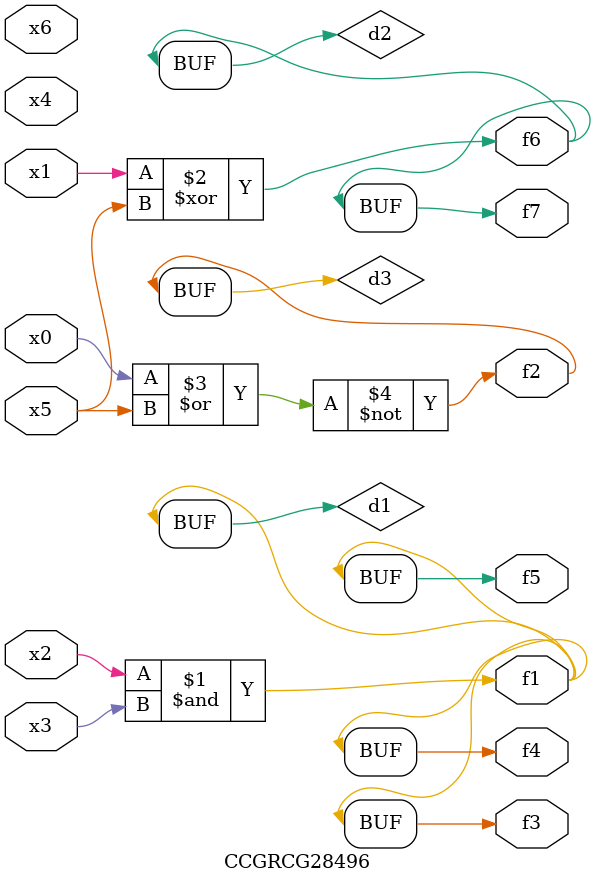
<source format=v>
module CCGRCG28496(
	input x0, x1, x2, x3, x4, x5, x6,
	output f1, f2, f3, f4, f5, f6, f7
);

	wire d1, d2, d3;

	and (d1, x2, x3);
	xor (d2, x1, x5);
	nor (d3, x0, x5);
	assign f1 = d1;
	assign f2 = d3;
	assign f3 = d1;
	assign f4 = d1;
	assign f5 = d1;
	assign f6 = d2;
	assign f7 = d2;
endmodule

</source>
